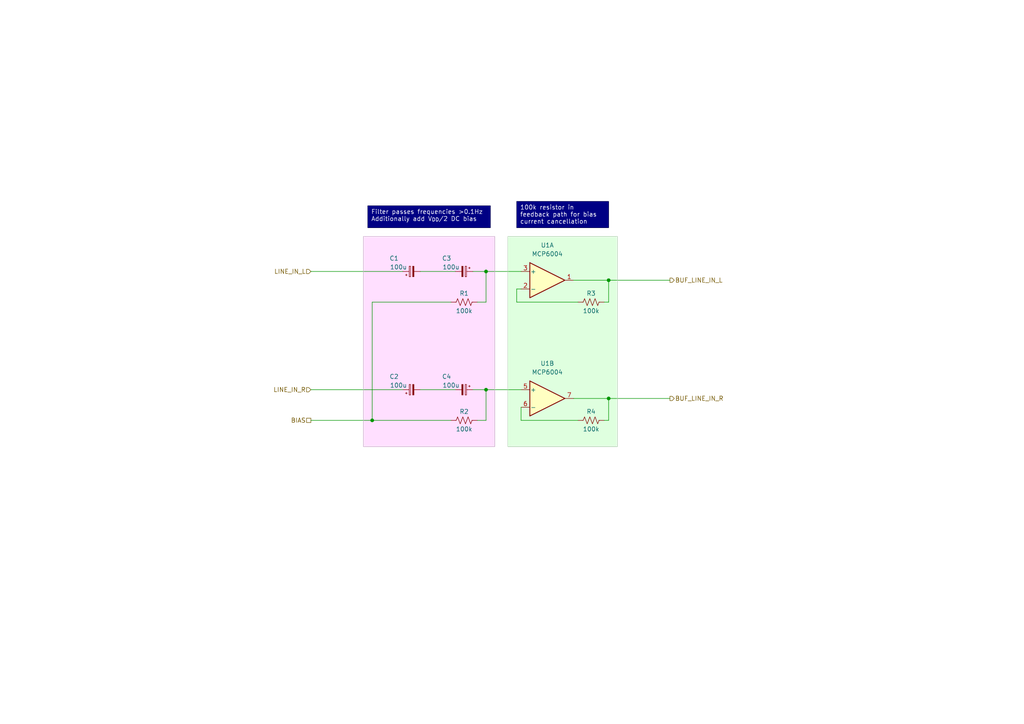
<source format=kicad_sch>
(kicad_sch (version 20230121) (generator eeschema)
  (paper "A4")
  (title_block (title "Digital Audio Effects Processor") (date "2023-11-26") (rev "A") (company "Ishaan Govindarajan"))
  (lib_symbols
    (symbol "Custom-AnalogIC:MCP6004" (pin_names (offset 0.127))
      (property "Reference" "U" (at 0 5.08 0))
      (property "Value" "MCP6004" (at 0 -5.08 0))
      (symbol "MCP6004_1_1"
        (polyline (pts (xy -5.08 5.08) (xy 5.08 0) (xy -5.08 -5.08) (xy -5.08 5.08)) (stroke (width 0.254)) (fill (type background)))
        (pin output line (at 7.62 0 180) (length 2.54) (name "~") (number "1"))
        (pin input line (at -7.62 -2.54 0) (length 2.54) (name "-") (number "2"))
        (pin input line (at -7.62 2.54 0) (length 2.54) (name "+") (number "3"))
      )
      (symbol "MCP6004_2_1"
        (polyline (pts (xy -5.08 5.08) (xy 5.08 0) (xy -5.08 -5.08) (xy -5.08 5.08)) (stroke (width 0.254)) (fill (type background)))
        (pin input line (at -7.62 2.54 0) (length 2.54) (name "+") (number "5"))
        (pin input line (at -7.62 -2.54 0) (length 2.54) (name "-") (number "6"))
        (pin output line (at 7.62 0 180) (length 2.54) (name "~") (number "7"))
      )
      (symbol "MCP6004_3_1"
        (polyline (pts (xy -5.08 5.08) (xy 5.08 0) (xy -5.08 -5.08) (xy -5.08 5.08)) (stroke (width 0.254)) (fill (type background)))
        (pin input line (at -7.62 2.54 0) (length 2.54) (name "+") (number "10"))
        (pin output line (at 7.62 0 180) (length 2.54) (name "~") (number "8"))
        (pin input line (at -7.62 -2.54 0) (length 2.54) (name "-") (number "9"))
      )
      (symbol "MCP6004_4_1"
        (polyline (pts (xy -5.08 5.08) (xy 5.08 0) (xy -5.08 -5.08) (xy -5.08 5.08)) (stroke (width 0.254)) (fill (type background)))
        (pin input line (at -7.62 2.54 0) (length 2.54) (name "+") (number "12"))
        (pin input line (at -7.62 -2.54 0) (length 2.54) (name "-") (number "13"))
        (pin output line (at 7.62 0 180) (length 2.54) (name "~") (number "14"))
      )
      (symbol "MCP6004_5_1"
        (pin power_in line (at -2.54 -7.62 90) (length 3.81) (name "V-") (number "11"))
        (pin power_in line (at -2.54 7.62 270) (length 3.81) (name "V+") (number "4"))
      )
    )
    (symbol "Custom-CapacitorTHT:860020473008" (pin_numbers hide) (pin_names (offset 0.254) hide)
      (property "Reference" "C?" (at 0.254 1.778 0))
      (property "Value" "100u" (at 0.254 -2.032 0))
      (symbol "860020473008_0_1"
        (rectangle (start -1.524 -0.3048) (end 1.524 -0.6858) (fill (type outline)))
        (rectangle (start -1.524 0.6858) (end 1.524 0.3048))
        (polyline (pts (xy -1.27 1.524) (xy -0.762 1.524)))
        (polyline (pts (xy -1.016 1.27) (xy -1.016 1.778)))
      )
      (symbol "860020473008_1_1"
        (pin passive line (at 0 2.54 270) (length 1.8542) (name "~") (number "1"))
        (pin passive line (at 0 -2.54 90) (length 1.8542) (name "~") (number "2"))
      )
    )
    (symbol "Custom-ResistorTHT:MFR-25FRF52-100K" (pin_numbers hide) (pin_names (offset 0))
      (property "Reference" "R" (at 2.54 0 90))
      (property "Value" "100k" (at -2.54 0 90))
      (symbol "MFR-25FRF52-100K_0_1"
        (polyline (pts (xy 0 -2.286) (xy 0 -2.54)))
        (polyline (pts (xy 0 2.286) (xy 0 2.54)))
        (polyline (pts (xy 0 -0.762) (xy 1.016 -1.143) (xy 0 -1.524) (xy -1.016 -1.905) (xy 0 -2.286)))
        (polyline (pts (xy 0 0.762) (xy 1.016 0.381) (xy 0 0) (xy -1.016 -0.381) (xy 0 -0.762)))
        (polyline (pts (xy 0 2.286) (xy 1.016 1.905) (xy 0 1.524) (xy -1.016 1.143) (xy 0 0.762)))
      )
      (symbol "MFR-25FRF52-100K_1_1"
        (pin passive line (at 0 3.81 270) (length 1.27) (name "~") (number "1"))
        (pin passive line (at 0 -3.81 90) (length 1.27) (name "~") (number "2"))
      )
    )
  )
  (junction (at 107.95 121.92))
  (junction (at 140.97 113.03))
  (junction (at 176.53 81.28))
  (junction (at 176.53 115.57))
  (junction (at 140.97 78.74))
  (wire (pts (xy 151.13 121.92) (xy 167.64 121.92)))
  (wire (pts (xy 138.43 87.63) (xy 140.97 87.63)))
  (wire (pts (xy 138.43 121.92) (xy 140.97 121.92)))
  (wire (pts (xy 176.53 81.28) (xy 194.31 81.28)))
  (wire (pts (xy 176.53 115.57) (xy 194.31 115.57)))
  (wire (pts (xy 137.16 78.74) (xy 140.97 78.74)))
  (wire (pts (xy 149.86 87.63) (xy 167.64 87.63)))
  (wire (pts (xy 121.92 113.03) (xy 132.08 113.03)))
  (wire (pts (xy 121.92 78.74) (xy 132.08 78.74)))
  (wire (pts (xy 90.17 113.03) (xy 116.84 113.03)))
  (wire (pts (xy 90.17 121.92) (xy 107.95 121.92)))
  (wire (pts (xy 140.97 121.92) (xy 140.97 113.03)))
  (wire (pts (xy 149.86 83.82) (xy 149.86 87.63)))
  (wire (pts (xy 176.53 87.63) (xy 175.26 87.63)))
  (wire (pts (xy 151.13 118.11) (xy 151.13 121.92)))
  (wire (pts (xy 176.53 115.57) (xy 176.53 121.92)))
  (wire (pts (xy 140.97 87.63) (xy 140.97 78.74)))
  (wire (pts (xy 130.81 87.63) (xy 107.95 87.63)))
  (wire (pts (xy 166.37 115.57) (xy 176.53 115.57)))
  (wire (pts (xy 151.13 83.82) (xy 149.86 83.82)))
  (wire (pts (xy 140.97 78.74) (xy 151.13 78.74)))
  (wire (pts (xy 166.37 81.28) (xy 176.53 81.28)))
  (wire (pts (xy 107.95 87.63) (xy 107.95 121.92)))
  (wire (pts (xy 176.53 81.28) (xy 176.53 87.63)))
  (wire (pts (xy 137.16 113.03) (xy 140.97 113.03)))
  (wire (pts (xy 107.95 121.92) (xy 130.81 121.92)))
  (wire (pts (xy 176.53 121.92) (xy 175.26 121.92)))
  (wire (pts (xy 140.97 113.03) (xy 151.13 113.03)))
  (wire (pts (xy 90.17 78.74) (xy 116.84 78.74)))
  (rectangle (start 147.32 68.58) (end 179.07 129.54) (stroke (width 0) (color 175 200 175 1)) (fill (type color) (color 223 255 223 1)))
  (rectangle (start 105.41 68.58) (end 143.51 129.54) (stroke (width 0) (color 200 175 200 1)) (fill (type color) (color 255 223 255 1)))
  (text_box "100k resistor in feedback path for bias current cancellation" (at 149.86 58.42 0) (size 26.67 7.62) (stroke (width 0) (color 0 0 72 1)) (fill (type color) (color 0 0 132 1)) (effects (font (size 1.27 1.27)) (justify left top)))
  (text_box "Filter passes frequencies >0.1Hz\nAdditionally add V_{DD}/2 DC bias" (at 106.68 59.69 0) (size 35.56 6.35) (stroke (width 0) (color 0 0 72 1)) (fill (type color) (color 0 0 132 1)) (effects (font (size 1.27 1.27)) (justify left top)))
  (hierarchical_label "BUF_LINE_IN_L" (shape output) (at 194.31 81.28 0))
  (hierarchical_label "LINE_IN_R" (shape input) (at 90.17 113.03 180))
  (hierarchical_label "LINE_IN_L" (shape input) (at 90.17 78.74 180))
  (hierarchical_label "BIAS" (shape passive) (at 90.17 121.92 180))
  (hierarchical_label "BUF_LINE_IN_R" (shape output) (at 194.31 115.57 0))
  (symbol (lib_id "Custom-AnalogIC:MCP6004") (at 158.75 81.28 0) (unit 1)
    (property "Reference" "U1" (at 158.75 71.12 0))
    (property "Value" "MCP6004" (at 158.75 73.66 0))
    (property "Footprint" "Custom-IC:DIP-14_W7.62mm_Socket_LongPads_IC" (effects hide))
    (property "Datasheet" "https://ww1.microchip.com/downloads/en/DeviceDoc/MCP6001-1R-1U-2-4-1-MHz-Low-Power-Op-Amp-DS20001733L.pdf" (effects hide))
    (property "Manufacturer" "Microchip Technology" (effects hide))
    (property "Part Number" "MCP6004-I/P" (effects hide))
  )
  (symbol (lib_id "Custom-ResistorTHT:MFR-25FRF52-100K") (at 134.62 121.92 90) (unit 1)
    (property "Reference" "R2" (at 134.62 119.38 90))
    (property "Value" "100k" (at 134.62 124.46 90))
    (property "Footprint" "Resistor_THT:R_Axial_DIN0207_L6.3mm_D2.5mm_P10.16mm_Horizontal" (effects hide))
    (property "Datasheet" "https://www.yageo.com/upload/media/product/productsearch/datasheet/lr/YAGEO%20MFR_datasheet_2023v3.pdf" (effects hide))
    (property "Manufacturer" "YAGEO" (effects hide))
    (property "Part Number" "MFR-25FRF52-100K" (effects hide))
  )
  (symbol (lib_id "Custom-CapacitorTHT:860020473008") (at 134.62 78.74 270) (unit 1)
    (property "Reference" "C3" (at 129.54 74.93 90))
    (property "Value" "100u" (at 130.81 77.47 90))
    (property "Footprint" "Custom-RLC:CP_Radial_D6.3mm_H12.5_P2.50mm" (effects hide))
    (property "Datasheet" "https://www.we-online.com/components/products/datasheet/860020473008.pdf" (effects hide))
    (property "Manufacturer" "Würth Elektronik" (effects hide))
    (property "Part Number" "860020473008" (effects hide))
  )
  (symbol (lib_id "Custom-CapacitorTHT:860020473008") (at 134.62 113.03 270) (unit 1)
    (property "Reference" "C4" (at 129.54 109.22 90))
    (property "Value" "100u" (at 130.81 111.76 90))
    (property "Footprint" "Custom-RLC:CP_Radial_D6.3mm_H12.5_P2.50mm" (effects hide))
    (property "Datasheet" "https://www.we-online.com/components/products/datasheet/860020473008.pdf" (effects hide))
    (property "Manufacturer" "Würth Elektronik" (effects hide))
    (property "Part Number" "860020473008" (effects hide))
  )
  (symbol (lib_id "Custom-ResistorTHT:MFR-25FRF52-100K") (at 171.45 121.92 90) (unit 1)
    (property "Reference" "R4" (at 171.45 119.38 90))
    (property "Value" "100k" (at 171.45 124.46 90))
    (property "Footprint" "Resistor_THT:R_Axial_DIN0207_L6.3mm_D2.5mm_P10.16mm_Horizontal" (effects hide))
    (property "Datasheet" "https://www.yageo.com/upload/media/product/productsearch/datasheet/lr/YAGEO%20MFR_datasheet_2023v3.pdf" (effects hide))
    (property "Manufacturer" "YAGEO" (effects hide))
    (property "Part Number" "MFR-25FRF52-100K" (effects hide))
  )
  (symbol (lib_id "Custom-AnalogIC:MCP6004") (at 158.75 115.57 0) (unit 2)
    (property "Reference" "U1" (at 158.75 105.41 0))
    (property "Value" "MCP6004" (at 158.75 107.95 0))
    (property "Footprint" "Custom-IC:DIP-14_W7.62mm_Socket_LongPads_IC" (effects hide))
    (property "Datasheet" "https://ww1.microchip.com/downloads/en/DeviceDoc/MCP6001-1R-1U-2-4-1-MHz-Low-Power-Op-Amp-DS20001733L.pdf" (effects hide))
    (property "Manufacturer" "Microchip Technology" (effects hide))
    (property "Part Number" "MCP6004-I/P" (effects hide))
  )
  (symbol (lib_id "Custom-CapacitorTHT:860020473008") (at 119.38 78.74 90) (unit 1)
    (property "Reference" "C1" (at 114.3 74.93 90))
    (property "Value" "100u" (at 115.57 77.47 90))
    (property "Footprint" "Custom-RLC:CP_Radial_D6.3mm_H12.5_P2.50mm" (effects hide))
    (property "Datasheet" "https://www.we-online.com/components/products/datasheet/860020473008.pdf" (effects hide))
    (property "Manufacturer" "Würth Elektronik" (effects hide))
    (property "Part Number" "860020473008" (effects hide))
  )
  (symbol (lib_id "Custom-CapacitorTHT:860020473008") (at 119.38 113.03 90) (unit 1)
    (property "Reference" "C2" (at 114.3 109.22 90))
    (property "Value" "100u" (at 115.57 111.76 90))
    (property "Footprint" "Custom-RLC:CP_Radial_D6.3mm_H12.5_P2.50mm" (effects hide))
    (property "Datasheet" "https://www.we-online.com/components/products/datasheet/860020473008.pdf" (effects hide))
    (property "Manufacturer" "Würth Elektronik" (effects hide))
    (property "Part Number" "860020473008" (effects hide))
  )
  (symbol (lib_id "Custom-ResistorTHT:MFR-25FRF52-100K") (at 134.62 87.63 90) (unit 1)
    (property "Reference" "R1" (at 134.62 85.09 90))
    (property "Value" "100k" (at 134.62 90.17 90))
    (property "Footprint" "Resistor_THT:R_Axial_DIN0207_L6.3mm_D2.5mm_P10.16mm_Horizontal" (effects hide))
    (property "Datasheet" "https://www.yageo.com/upload/media/product/productsearch/datasheet/lr/YAGEO%20MFR_datasheet_2023v3.pdf" (effects hide))
    (property "Manufacturer" "YAGEO" (effects hide))
    (property "Part Number" "MFR-25FRF52-100K" (effects hide))
  )
  (symbol (lib_id "Custom-ResistorTHT:MFR-25FRF52-100K") (at 171.45 87.63 90) (unit 1)
    (property "Reference" "R3" (at 171.45 85.09 90))
    (property "Value" "100k" (at 171.45 90.17 90))
    (property "Footprint" "Resistor_THT:R_Axial_DIN0207_L6.3mm_D2.5mm_P10.16mm_Horizontal" (effects hide))
    (property "Datasheet" "https://www.yageo.com/upload/media/product/productsearch/datasheet/lr/YAGEO%20MFR_datasheet_2023v3.pdf" (effects hide))
    (property "Manufacturer" "YAGEO" (effects hide))
    (property "Part Number" "MFR-25FRF52-100K" (effects hide))
  )
)
</source>
